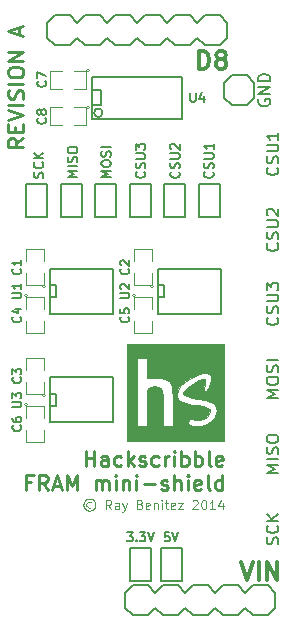
<source format=gto>
%FSLAX46Y46*%
G04 Gerber Fmt 4.6, Leading zero omitted, Abs format (unit mm)*
G04 Created by KiCad (PCBNEW (2014-09-30 BZR 5157)-product) date 07/10/2014 19:43:52*
%MOMM*%
G01*
G04 APERTURE LIST*
%ADD10C,0.100000*%
%ADD11C,0.101600*%
%ADD12C,0.254000*%
%ADD13C,0.300000*%
%ADD14C,0.099060*%
%ADD15C,0.127000*%
%ADD16C,0.152400*%
%ADD17C,0.150000*%
%ADD18C,0.165100*%
%ADD19C,0.002540*%
G04 APERTURE END LIST*
D10*
D11*
X116749286Y-166959643D02*
X116676714Y-166923357D01*
X116531571Y-166923357D01*
X116459000Y-166959643D01*
X116386429Y-167032214D01*
X116350143Y-167104786D01*
X116350143Y-167249929D01*
X116386429Y-167322500D01*
X116459000Y-167395071D01*
X116531571Y-167431357D01*
X116676714Y-167431357D01*
X116749286Y-167395071D01*
X116604143Y-166669357D02*
X116422714Y-166705643D01*
X116241286Y-166814500D01*
X116132429Y-166995929D01*
X116096143Y-167177357D01*
X116132429Y-167358786D01*
X116241286Y-167540214D01*
X116422714Y-167649071D01*
X116604143Y-167685357D01*
X116785571Y-167649071D01*
X116967000Y-167540214D01*
X117075857Y-167358786D01*
X117112143Y-167177357D01*
X117075857Y-166995929D01*
X116967000Y-166814500D01*
X116785571Y-166705643D01*
X116604143Y-166669357D01*
X118454714Y-167540214D02*
X118200714Y-167177357D01*
X118019286Y-167540214D02*
X118019286Y-166778214D01*
X118309571Y-166778214D01*
X118382143Y-166814500D01*
X118418428Y-166850786D01*
X118454714Y-166923357D01*
X118454714Y-167032214D01*
X118418428Y-167104786D01*
X118382143Y-167141071D01*
X118309571Y-167177357D01*
X118019286Y-167177357D01*
X119107857Y-167540214D02*
X119107857Y-167141071D01*
X119071571Y-167068500D01*
X118999000Y-167032214D01*
X118853857Y-167032214D01*
X118781286Y-167068500D01*
X119107857Y-167503929D02*
X119035286Y-167540214D01*
X118853857Y-167540214D01*
X118781286Y-167503929D01*
X118745000Y-167431357D01*
X118745000Y-167358786D01*
X118781286Y-167286214D01*
X118853857Y-167249929D01*
X119035286Y-167249929D01*
X119107857Y-167213643D01*
X119398143Y-167032214D02*
X119579572Y-167540214D01*
X119761000Y-167032214D02*
X119579572Y-167540214D01*
X119507000Y-167721643D01*
X119470715Y-167757929D01*
X119398143Y-167794214D01*
X120885857Y-167141071D02*
X120994714Y-167177357D01*
X121030999Y-167213643D01*
X121067285Y-167286214D01*
X121067285Y-167395071D01*
X121030999Y-167467643D01*
X120994714Y-167503929D01*
X120922142Y-167540214D01*
X120631857Y-167540214D01*
X120631857Y-166778214D01*
X120885857Y-166778214D01*
X120958428Y-166814500D01*
X120994714Y-166850786D01*
X121030999Y-166923357D01*
X121030999Y-166995929D01*
X120994714Y-167068500D01*
X120958428Y-167104786D01*
X120885857Y-167141071D01*
X120631857Y-167141071D01*
X121684142Y-167503929D02*
X121611571Y-167540214D01*
X121466428Y-167540214D01*
X121393857Y-167503929D01*
X121357571Y-167431357D01*
X121357571Y-167141071D01*
X121393857Y-167068500D01*
X121466428Y-167032214D01*
X121611571Y-167032214D01*
X121684142Y-167068500D01*
X121720428Y-167141071D01*
X121720428Y-167213643D01*
X121357571Y-167286214D01*
X122047000Y-167032214D02*
X122047000Y-167540214D01*
X122047000Y-167104786D02*
X122083285Y-167068500D01*
X122155857Y-167032214D01*
X122264714Y-167032214D01*
X122337285Y-167068500D01*
X122373571Y-167141071D01*
X122373571Y-167540214D01*
X122736429Y-167540214D02*
X122736429Y-167032214D01*
X122736429Y-166778214D02*
X122700143Y-166814500D01*
X122736429Y-166850786D01*
X122772714Y-166814500D01*
X122736429Y-166778214D01*
X122736429Y-166850786D01*
X122990428Y-167032214D02*
X123280714Y-167032214D01*
X123099286Y-166778214D02*
X123099286Y-167431357D01*
X123135571Y-167503929D01*
X123208143Y-167540214D01*
X123280714Y-167540214D01*
X123825000Y-167503929D02*
X123752429Y-167540214D01*
X123607286Y-167540214D01*
X123534715Y-167503929D01*
X123498429Y-167431357D01*
X123498429Y-167141071D01*
X123534715Y-167068500D01*
X123607286Y-167032214D01*
X123752429Y-167032214D01*
X123825000Y-167068500D01*
X123861286Y-167141071D01*
X123861286Y-167213643D01*
X123498429Y-167286214D01*
X124115286Y-167032214D02*
X124514429Y-167032214D01*
X124115286Y-167540214D01*
X124514429Y-167540214D01*
X125349000Y-166850786D02*
X125385286Y-166814500D01*
X125457857Y-166778214D01*
X125639286Y-166778214D01*
X125711857Y-166814500D01*
X125748143Y-166850786D01*
X125784428Y-166923357D01*
X125784428Y-166995929D01*
X125748143Y-167104786D01*
X125312714Y-167540214D01*
X125784428Y-167540214D01*
X126256142Y-166778214D02*
X126328714Y-166778214D01*
X126401285Y-166814500D01*
X126437571Y-166850786D01*
X126473857Y-166923357D01*
X126510142Y-167068500D01*
X126510142Y-167249929D01*
X126473857Y-167395071D01*
X126437571Y-167467643D01*
X126401285Y-167503929D01*
X126328714Y-167540214D01*
X126256142Y-167540214D01*
X126183571Y-167503929D01*
X126147285Y-167467643D01*
X126111000Y-167395071D01*
X126074714Y-167249929D01*
X126074714Y-167068500D01*
X126111000Y-166923357D01*
X126147285Y-166850786D01*
X126183571Y-166814500D01*
X126256142Y-166778214D01*
X127235856Y-167540214D02*
X126800428Y-167540214D01*
X127018142Y-167540214D02*
X127018142Y-166778214D01*
X126945571Y-166887071D01*
X126872999Y-166959643D01*
X126800428Y-166995929D01*
X127888999Y-167032214D02*
X127888999Y-167540214D01*
X127707570Y-166741929D02*
X127526142Y-167286214D01*
X127997856Y-167286214D01*
D12*
X111001024Y-136131905D02*
X110396262Y-136555238D01*
X111001024Y-136857619D02*
X109731024Y-136857619D01*
X109731024Y-136373810D01*
X109791500Y-136252857D01*
X109851976Y-136192381D01*
X109972929Y-136131905D01*
X110154357Y-136131905D01*
X110275310Y-136192381D01*
X110335786Y-136252857D01*
X110396262Y-136373810D01*
X110396262Y-136857619D01*
X110335786Y-135587619D02*
X110335786Y-135164286D01*
X111001024Y-134982857D02*
X111001024Y-135587619D01*
X109731024Y-135587619D01*
X109731024Y-134982857D01*
X109731024Y-134620000D02*
X111001024Y-134196666D01*
X109731024Y-133773333D01*
X111001024Y-133350000D02*
X109731024Y-133350000D01*
X110940548Y-132805714D02*
X111001024Y-132624286D01*
X111001024Y-132321905D01*
X110940548Y-132200952D01*
X110880071Y-132140476D01*
X110759119Y-132080000D01*
X110638167Y-132080000D01*
X110517214Y-132140476D01*
X110456738Y-132200952D01*
X110396262Y-132321905D01*
X110335786Y-132563809D01*
X110275310Y-132684762D01*
X110214833Y-132745238D01*
X110093881Y-132805714D01*
X109972929Y-132805714D01*
X109851976Y-132745238D01*
X109791500Y-132684762D01*
X109731024Y-132563809D01*
X109731024Y-132261429D01*
X109791500Y-132080000D01*
X111001024Y-131535714D02*
X109731024Y-131535714D01*
X109731024Y-130689047D02*
X109731024Y-130447143D01*
X109791500Y-130326190D01*
X109912452Y-130205238D01*
X110154357Y-130144762D01*
X110577690Y-130144762D01*
X110819595Y-130205238D01*
X110940548Y-130326190D01*
X111001024Y-130447143D01*
X111001024Y-130689047D01*
X110940548Y-130810000D01*
X110819595Y-130930952D01*
X110577690Y-130991428D01*
X110154357Y-130991428D01*
X109912452Y-130930952D01*
X109791500Y-130810000D01*
X109731024Y-130689047D01*
X111001024Y-129600476D02*
X109731024Y-129600476D01*
X111001024Y-128874762D01*
X109731024Y-128874762D01*
X110638167Y-127362857D02*
X110638167Y-126758095D01*
X111001024Y-127483810D02*
X109731024Y-127060476D01*
X111001024Y-126637143D01*
X116289668Y-163896524D02*
X116289668Y-162626524D01*
X116289668Y-163231286D02*
X117015382Y-163231286D01*
X117015382Y-163896524D02*
X117015382Y-162626524D01*
X118164430Y-163896524D02*
X118164430Y-163231286D01*
X118103953Y-163110333D01*
X117983001Y-163049857D01*
X117741096Y-163049857D01*
X117620144Y-163110333D01*
X118164430Y-163836048D02*
X118043477Y-163896524D01*
X117741096Y-163896524D01*
X117620144Y-163836048D01*
X117559668Y-163715095D01*
X117559668Y-163594143D01*
X117620144Y-163473190D01*
X117741096Y-163412714D01*
X118043477Y-163412714D01*
X118164430Y-163352238D01*
X119313478Y-163836048D02*
X119192525Y-163896524D01*
X118950621Y-163896524D01*
X118829668Y-163836048D01*
X118769192Y-163775571D01*
X118708716Y-163654619D01*
X118708716Y-163291762D01*
X118769192Y-163170810D01*
X118829668Y-163110333D01*
X118950621Y-163049857D01*
X119192525Y-163049857D01*
X119313478Y-163110333D01*
X119857763Y-163896524D02*
X119857763Y-162626524D01*
X119978715Y-163412714D02*
X120341572Y-163896524D01*
X120341572Y-163049857D02*
X119857763Y-163533667D01*
X120825382Y-163836048D02*
X120946334Y-163896524D01*
X121188239Y-163896524D01*
X121309191Y-163836048D01*
X121369667Y-163715095D01*
X121369667Y-163654619D01*
X121309191Y-163533667D01*
X121188239Y-163473190D01*
X121006810Y-163473190D01*
X120885858Y-163412714D01*
X120825382Y-163291762D01*
X120825382Y-163231286D01*
X120885858Y-163110333D01*
X121006810Y-163049857D01*
X121188239Y-163049857D01*
X121309191Y-163110333D01*
X122458239Y-163836048D02*
X122337286Y-163896524D01*
X122095382Y-163896524D01*
X121974429Y-163836048D01*
X121913953Y-163775571D01*
X121853477Y-163654619D01*
X121853477Y-163291762D01*
X121913953Y-163170810D01*
X121974429Y-163110333D01*
X122095382Y-163049857D01*
X122337286Y-163049857D01*
X122458239Y-163110333D01*
X123002524Y-163896524D02*
X123002524Y-163049857D01*
X123002524Y-163291762D02*
X123063000Y-163170810D01*
X123123476Y-163110333D01*
X123244429Y-163049857D01*
X123365381Y-163049857D01*
X123788714Y-163896524D02*
X123788714Y-163049857D01*
X123788714Y-162626524D02*
X123728238Y-162687000D01*
X123788714Y-162747476D01*
X123849190Y-162687000D01*
X123788714Y-162626524D01*
X123788714Y-162747476D01*
X124393476Y-163896524D02*
X124393476Y-162626524D01*
X124393476Y-163110333D02*
X124514428Y-163049857D01*
X124756333Y-163049857D01*
X124877285Y-163110333D01*
X124937762Y-163170810D01*
X124998238Y-163291762D01*
X124998238Y-163654619D01*
X124937762Y-163775571D01*
X124877285Y-163836048D01*
X124756333Y-163896524D01*
X124514428Y-163896524D01*
X124393476Y-163836048D01*
X125542524Y-163896524D02*
X125542524Y-162626524D01*
X125542524Y-163110333D02*
X125663476Y-163049857D01*
X125905381Y-163049857D01*
X126026333Y-163110333D01*
X126086810Y-163170810D01*
X126147286Y-163291762D01*
X126147286Y-163654619D01*
X126086810Y-163775571D01*
X126026333Y-163836048D01*
X125905381Y-163896524D01*
X125663476Y-163896524D01*
X125542524Y-163836048D01*
X126873001Y-163896524D02*
X126752048Y-163836048D01*
X126691572Y-163715095D01*
X126691572Y-162626524D01*
X127840619Y-163836048D02*
X127719667Y-163896524D01*
X127477762Y-163896524D01*
X127356810Y-163836048D01*
X127296334Y-163715095D01*
X127296334Y-163231286D01*
X127356810Y-163110333D01*
X127477762Y-163049857D01*
X127719667Y-163049857D01*
X127840619Y-163110333D01*
X127901096Y-163231286D01*
X127901096Y-163352238D01*
X127296334Y-163473190D01*
X111693476Y-165263286D02*
X111270143Y-165263286D01*
X111270143Y-165928524D02*
X111270143Y-164658524D01*
X111874905Y-164658524D01*
X113084428Y-165928524D02*
X112661095Y-165323762D01*
X112358714Y-165928524D02*
X112358714Y-164658524D01*
X112842523Y-164658524D01*
X112963476Y-164719000D01*
X113023952Y-164779476D01*
X113084428Y-164900429D01*
X113084428Y-165081857D01*
X113023952Y-165202810D01*
X112963476Y-165263286D01*
X112842523Y-165323762D01*
X112358714Y-165323762D01*
X113568238Y-165565667D02*
X114173000Y-165565667D01*
X113447285Y-165928524D02*
X113870619Y-164658524D01*
X114293952Y-165928524D01*
X114717285Y-165928524D02*
X114717285Y-164658524D01*
X115140618Y-165565667D01*
X115563952Y-164658524D01*
X115563952Y-165928524D01*
X117136333Y-165928524D02*
X117136333Y-165081857D01*
X117136333Y-165202810D02*
X117196809Y-165142333D01*
X117317762Y-165081857D01*
X117499190Y-165081857D01*
X117620142Y-165142333D01*
X117680619Y-165263286D01*
X117680619Y-165928524D01*
X117680619Y-165263286D02*
X117741095Y-165142333D01*
X117862047Y-165081857D01*
X118043476Y-165081857D01*
X118164428Y-165142333D01*
X118224904Y-165263286D01*
X118224904Y-165928524D01*
X118829666Y-165928524D02*
X118829666Y-165081857D01*
X118829666Y-164658524D02*
X118769190Y-164719000D01*
X118829666Y-164779476D01*
X118890142Y-164719000D01*
X118829666Y-164658524D01*
X118829666Y-164779476D01*
X119434428Y-165081857D02*
X119434428Y-165928524D01*
X119434428Y-165202810D02*
X119494904Y-165142333D01*
X119615857Y-165081857D01*
X119797285Y-165081857D01*
X119918237Y-165142333D01*
X119978714Y-165263286D01*
X119978714Y-165928524D01*
X120583476Y-165928524D02*
X120583476Y-165081857D01*
X120583476Y-164658524D02*
X120523000Y-164719000D01*
X120583476Y-164779476D01*
X120643952Y-164719000D01*
X120583476Y-164658524D01*
X120583476Y-164779476D01*
X121188238Y-165444714D02*
X122155857Y-165444714D01*
X122700143Y-165868048D02*
X122821095Y-165928524D01*
X123063000Y-165928524D01*
X123183952Y-165868048D01*
X123244428Y-165747095D01*
X123244428Y-165686619D01*
X123183952Y-165565667D01*
X123063000Y-165505190D01*
X122881571Y-165505190D01*
X122760619Y-165444714D01*
X122700143Y-165323762D01*
X122700143Y-165263286D01*
X122760619Y-165142333D01*
X122881571Y-165081857D01*
X123063000Y-165081857D01*
X123183952Y-165142333D01*
X123788714Y-165928524D02*
X123788714Y-164658524D01*
X124333000Y-165928524D02*
X124333000Y-165263286D01*
X124272523Y-165142333D01*
X124151571Y-165081857D01*
X123970143Y-165081857D01*
X123849190Y-165142333D01*
X123788714Y-165202810D01*
X124937762Y-165928524D02*
X124937762Y-165081857D01*
X124937762Y-164658524D02*
X124877286Y-164719000D01*
X124937762Y-164779476D01*
X124998238Y-164719000D01*
X124937762Y-164658524D01*
X124937762Y-164779476D01*
X126026333Y-165868048D02*
X125905381Y-165928524D01*
X125663476Y-165928524D01*
X125542524Y-165868048D01*
X125482048Y-165747095D01*
X125482048Y-165263286D01*
X125542524Y-165142333D01*
X125663476Y-165081857D01*
X125905381Y-165081857D01*
X126026333Y-165142333D01*
X126086810Y-165263286D01*
X126086810Y-165384238D01*
X125482048Y-165505190D01*
X126812524Y-165928524D02*
X126691571Y-165868048D01*
X126631095Y-165747095D01*
X126631095Y-164658524D01*
X127840619Y-165928524D02*
X127840619Y-164658524D01*
X127840619Y-165868048D02*
X127719666Y-165928524D01*
X127477762Y-165928524D01*
X127356809Y-165868048D01*
X127296333Y-165807571D01*
X127235857Y-165686619D01*
X127235857Y-165323762D01*
X127296333Y-165202810D01*
X127356809Y-165142333D01*
X127477762Y-165081857D01*
X127719666Y-165081857D01*
X127840619Y-165142333D01*
D13*
X125892858Y-130282071D02*
X125892858Y-128782071D01*
X126250001Y-128782071D01*
X126464286Y-128853500D01*
X126607144Y-128996357D01*
X126678572Y-129139214D01*
X126750001Y-129424929D01*
X126750001Y-129639214D01*
X126678572Y-129924929D01*
X126607144Y-130067786D01*
X126464286Y-130210643D01*
X126250001Y-130282071D01*
X125892858Y-130282071D01*
X127607144Y-129424929D02*
X127464286Y-129353500D01*
X127392858Y-129282071D01*
X127321429Y-129139214D01*
X127321429Y-129067786D01*
X127392858Y-128924929D01*
X127464286Y-128853500D01*
X127607144Y-128782071D01*
X127892858Y-128782071D01*
X128035715Y-128853500D01*
X128107144Y-128924929D01*
X128178572Y-129067786D01*
X128178572Y-129139214D01*
X128107144Y-129282071D01*
X128035715Y-129353500D01*
X127892858Y-129424929D01*
X127607144Y-129424929D01*
X127464286Y-129496357D01*
X127392858Y-129567786D01*
X127321429Y-129710643D01*
X127321429Y-129996357D01*
X127392858Y-130139214D01*
X127464286Y-130210643D01*
X127607144Y-130282071D01*
X127892858Y-130282071D01*
X128035715Y-130210643D01*
X128107144Y-130139214D01*
X128178572Y-129996357D01*
X128178572Y-129710643D01*
X128107144Y-129567786D01*
X128035715Y-129496357D01*
X127892858Y-129424929D01*
X129421143Y-172025571D02*
X129921143Y-173525571D01*
X130421143Y-172025571D01*
X130921143Y-173525571D02*
X130921143Y-172025571D01*
X131635429Y-173525571D02*
X131635429Y-172025571D01*
X132492572Y-173525571D01*
X132492572Y-172025571D01*
D14*
X112903000Y-148717000D02*
G75*
G03X112903000Y-148717000I-127000J0D01*
G74*
G01*
X112776000Y-147574000D02*
X112776000Y-148590000D01*
X112776000Y-148590000D02*
X111252000Y-148590000D01*
X111252000Y-148590000D02*
X111252000Y-147574000D01*
X111252000Y-146558000D02*
X111252000Y-145542000D01*
X111252000Y-145542000D02*
X112776000Y-145542000D01*
X112776000Y-145542000D02*
X112776000Y-146558000D01*
X122047000Y-148717000D02*
G75*
G03X122047000Y-148717000I-127000J0D01*
G74*
G01*
X121920000Y-147574000D02*
X121920000Y-148590000D01*
X121920000Y-148590000D02*
X120396000Y-148590000D01*
X120396000Y-148590000D02*
X120396000Y-147574000D01*
X120396000Y-146558000D02*
X120396000Y-145542000D01*
X120396000Y-145542000D02*
X121920000Y-145542000D01*
X121920000Y-145542000D02*
X121920000Y-146558000D01*
X112903000Y-157924500D02*
G75*
G03X112903000Y-157924500I-127000J0D01*
G74*
G01*
X112776000Y-156781500D02*
X112776000Y-157797500D01*
X112776000Y-157797500D02*
X111252000Y-157797500D01*
X111252000Y-157797500D02*
X111252000Y-156781500D01*
X111252000Y-155765500D02*
X111252000Y-154749500D01*
X111252000Y-154749500D02*
X112776000Y-154749500D01*
X112776000Y-154749500D02*
X112776000Y-155765500D01*
X111379000Y-149479000D02*
G75*
G03X111379000Y-149479000I-127000J0D01*
G74*
G01*
X111252000Y-150622000D02*
X111252000Y-149606000D01*
X111252000Y-149606000D02*
X112776000Y-149606000D01*
X112776000Y-149606000D02*
X112776000Y-150622000D01*
X112776000Y-151638000D02*
X112776000Y-152654000D01*
X112776000Y-152654000D02*
X111252000Y-152654000D01*
X111252000Y-152654000D02*
X111252000Y-151638000D01*
X120523000Y-149479000D02*
G75*
G03X120523000Y-149479000I-127000J0D01*
G74*
G01*
X120396000Y-150622000D02*
X120396000Y-149606000D01*
X120396000Y-149606000D02*
X121920000Y-149606000D01*
X121920000Y-149606000D02*
X121920000Y-150622000D01*
X121920000Y-151638000D02*
X121920000Y-152654000D01*
X121920000Y-152654000D02*
X120396000Y-152654000D01*
X120396000Y-152654000D02*
X120396000Y-151638000D01*
X111379000Y-158686500D02*
G75*
G03X111379000Y-158686500I-127000J0D01*
G74*
G01*
X111252000Y-159829500D02*
X111252000Y-158813500D01*
X111252000Y-158813500D02*
X112776000Y-158813500D01*
X112776000Y-158813500D02*
X112776000Y-159829500D01*
X112776000Y-160845500D02*
X112776000Y-161861500D01*
X112776000Y-161861500D02*
X111252000Y-161861500D01*
X111252000Y-161861500D02*
X111252000Y-160845500D01*
X116586000Y-130429000D02*
G75*
G03X116586000Y-130429000I-127000J0D01*
G74*
G01*
X115316000Y-130429000D02*
X116332000Y-130429000D01*
X116332000Y-130429000D02*
X116332000Y-131953000D01*
X116332000Y-131953000D02*
X115316000Y-131953000D01*
X114300000Y-131953000D02*
X113284000Y-131953000D01*
X113284000Y-131953000D02*
X113284000Y-130429000D01*
X113284000Y-130429000D02*
X114300000Y-130429000D01*
X116586000Y-133540500D02*
G75*
G03X116586000Y-133540500I-127000J0D01*
G74*
G01*
X115316000Y-133540500D02*
X116332000Y-133540500D01*
X116332000Y-133540500D02*
X116332000Y-135064500D01*
X116332000Y-135064500D02*
X115316000Y-135064500D01*
X114300000Y-135064500D02*
X113284000Y-135064500D01*
X113284000Y-135064500D02*
X113284000Y-133540500D01*
X113284000Y-133540500D02*
X114300000Y-133540500D01*
D15*
X115570000Y-127635000D02*
X114935000Y-128270000D01*
X114935000Y-128270000D02*
X113665000Y-128270000D01*
X113665000Y-128270000D02*
X113030000Y-127635000D01*
X113030000Y-127635000D02*
X113030000Y-126365000D01*
X113030000Y-126365000D02*
X113665000Y-125730000D01*
X113665000Y-125730000D02*
X114935000Y-125730000D01*
X114935000Y-125730000D02*
X115570000Y-126365000D01*
X118110000Y-127635000D02*
X117475000Y-128270000D01*
X117475000Y-128270000D02*
X116205000Y-128270000D01*
X116205000Y-128270000D02*
X115570000Y-127635000D01*
X115570000Y-126365000D02*
X116205000Y-125730000D01*
X116205000Y-125730000D02*
X117475000Y-125730000D01*
X117475000Y-125730000D02*
X118110000Y-126365000D01*
X120650000Y-127635000D02*
X120015000Y-128270000D01*
X120015000Y-128270000D02*
X118745000Y-128270000D01*
X118745000Y-128270000D02*
X118110000Y-127635000D01*
X118110000Y-126365000D02*
X118745000Y-125730000D01*
X118745000Y-125730000D02*
X120015000Y-125730000D01*
X120015000Y-125730000D02*
X120650000Y-126365000D01*
X125730000Y-127635000D02*
X125095000Y-128270000D01*
X125095000Y-128270000D02*
X123825000Y-128270000D01*
X123825000Y-128270000D02*
X123190000Y-127635000D01*
X123190000Y-127635000D02*
X122555000Y-128270000D01*
X122555000Y-128270000D02*
X121285000Y-128270000D01*
X121285000Y-128270000D02*
X120650000Y-127635000D01*
X120650000Y-126365000D02*
X121285000Y-125730000D01*
X121285000Y-125730000D02*
X122555000Y-125730000D01*
X122555000Y-125730000D02*
X123190000Y-126365000D01*
X123190000Y-126365000D02*
X123825000Y-125730000D01*
X123825000Y-125730000D02*
X125095000Y-125730000D01*
X125095000Y-125730000D02*
X125730000Y-126365000D01*
X128270000Y-127635000D02*
X127635000Y-128270000D01*
X127635000Y-128270000D02*
X126365000Y-128270000D01*
X126365000Y-128270000D02*
X125730000Y-127635000D01*
X125730000Y-126365000D02*
X126365000Y-125730000D01*
X126365000Y-125730000D02*
X127635000Y-125730000D01*
X127635000Y-125730000D02*
X128270000Y-126365000D01*
X128270000Y-126365000D02*
X128270000Y-127635000D01*
D16*
X124396500Y-173609000D02*
X124396500Y-170815000D01*
X122618500Y-173609000D02*
X122618500Y-170815000D01*
D17*
X122618500Y-170815000D02*
X124396500Y-170815000D01*
X124396500Y-173609000D02*
X122618500Y-173609000D01*
D16*
X121793000Y-173609000D02*
X121793000Y-170815000D01*
X120015000Y-173609000D02*
X120015000Y-170815000D01*
D17*
X120015000Y-170815000D02*
X121793000Y-170815000D01*
X121793000Y-173609000D02*
X120015000Y-173609000D01*
D16*
X111252000Y-140017500D02*
X111252000Y-142811500D01*
X113030000Y-140017500D02*
X113030000Y-142811500D01*
D17*
X113030000Y-142811500D02*
X111252000Y-142811500D01*
X111252000Y-140017500D02*
X113030000Y-140017500D01*
D16*
X114173000Y-140017500D02*
X114173000Y-142811500D01*
X115951000Y-140017500D02*
X115951000Y-142811500D01*
D17*
X115951000Y-142811500D02*
X114173000Y-142811500D01*
X114173000Y-140017500D02*
X115951000Y-140017500D01*
D16*
X117094000Y-140017500D02*
X117094000Y-142811500D01*
X118872000Y-140017500D02*
X118872000Y-142811500D01*
D17*
X118872000Y-142811500D02*
X117094000Y-142811500D01*
X117094000Y-140017500D02*
X118872000Y-140017500D01*
D16*
X120015000Y-140017500D02*
X120015000Y-142811500D01*
X121793000Y-140017500D02*
X121793000Y-142811500D01*
D17*
X121793000Y-142811500D02*
X120015000Y-142811500D01*
X120015000Y-140017500D02*
X121793000Y-140017500D01*
D16*
X122936000Y-140017500D02*
X122936000Y-142811500D01*
X124714000Y-140017500D02*
X124714000Y-142811500D01*
D17*
X124714000Y-142811500D02*
X122936000Y-142811500D01*
X122936000Y-140017500D02*
X124714000Y-140017500D01*
D16*
X125857000Y-140017500D02*
X125857000Y-142811500D01*
X127635000Y-140017500D02*
X127635000Y-142811500D01*
D17*
X127635000Y-142811500D02*
X125857000Y-142811500D01*
X125857000Y-140017500D02*
X127635000Y-140017500D01*
D18*
X124460000Y-130937000D02*
X116840000Y-130937000D01*
X116840000Y-134493000D02*
X124460000Y-134493000D01*
X124460000Y-130937000D02*
X124460000Y-134493000D01*
D16*
X116840000Y-134493000D02*
X116840000Y-130937000D01*
D15*
X117707210Y-133985000D02*
G75*
G03X117707210Y-133985000I-359210J0D01*
G74*
G01*
X116840000Y-132080000D02*
X117602000Y-132080000D01*
X117602000Y-132080000D02*
X117602000Y-133350000D01*
X117602000Y-133350000D02*
X116840000Y-133350000D01*
X113284000Y-160083500D02*
X113284000Y-160210500D01*
X113284000Y-160210500D02*
X118618000Y-160210500D01*
X118618000Y-156400500D02*
X113284000Y-156400500D01*
X113284000Y-156400500D02*
X113284000Y-160083500D01*
X113284000Y-157797500D02*
X113792000Y-157797500D01*
X113792000Y-157797500D02*
X113792000Y-158813500D01*
X113792000Y-158813500D02*
X113284000Y-158813500D01*
X118618000Y-156400500D02*
X118618000Y-160210500D01*
X113284000Y-150876000D02*
X113284000Y-151003000D01*
X113284000Y-151003000D02*
X118618000Y-151003000D01*
X118618000Y-147193000D02*
X113284000Y-147193000D01*
X113284000Y-147193000D02*
X113284000Y-150876000D01*
X113284000Y-148590000D02*
X113792000Y-148590000D01*
X113792000Y-148590000D02*
X113792000Y-149606000D01*
X113792000Y-149606000D02*
X113284000Y-149606000D01*
X118618000Y-147193000D02*
X118618000Y-151003000D01*
X122428000Y-150876000D02*
X122428000Y-151003000D01*
X122428000Y-151003000D02*
X127762000Y-151003000D01*
X127762000Y-147193000D02*
X122428000Y-147193000D01*
X122428000Y-147193000D02*
X122428000Y-150876000D01*
X122428000Y-148590000D02*
X122936000Y-148590000D01*
X122936000Y-148590000D02*
X122936000Y-149606000D01*
X122936000Y-149606000D02*
X122428000Y-149606000D01*
X127762000Y-147193000D02*
X127762000Y-151003000D01*
D19*
G36*
X127972820Y-161818320D02*
X127381000Y-161818320D01*
X127381000Y-159219900D01*
X127353060Y-158950660D01*
X127259080Y-158737300D01*
X127078740Y-158572200D01*
X126791720Y-158437580D01*
X126375160Y-158323280D01*
X125811280Y-158214060D01*
X125790960Y-158211520D01*
X125244860Y-158102300D01*
X124841000Y-157988000D01*
X124589540Y-157871160D01*
X124500640Y-157754320D01*
X124500640Y-157749240D01*
X124556520Y-157647640D01*
X124701300Y-157472380D01*
X124863860Y-157302200D01*
X125338840Y-156923740D01*
X125897640Y-156626560D01*
X126184660Y-156524960D01*
X126293880Y-156499560D01*
X126349760Y-156524960D01*
X126367540Y-156636720D01*
X126354840Y-156867860D01*
X126342140Y-157027880D01*
X126324360Y-157330140D01*
X126331980Y-157497780D01*
X126370080Y-157563820D01*
X126436120Y-157566360D01*
X126580900Y-157462220D01*
X126705360Y-157236160D01*
X126801880Y-156938980D01*
X126855220Y-156621480D01*
X126857760Y-156331920D01*
X126796800Y-156121100D01*
X126753620Y-156067760D01*
X126530100Y-155991560D01*
X126192280Y-156034740D01*
X125737620Y-156192220D01*
X125389640Y-156354780D01*
X124790200Y-156702760D01*
X124358400Y-157058360D01*
X124094240Y-157426660D01*
X123995180Y-157802580D01*
X123992640Y-157843220D01*
X124035820Y-158089600D01*
X124172980Y-158290260D01*
X124421900Y-158452820D01*
X124797820Y-158587440D01*
X125315980Y-158699200D01*
X125745240Y-158767780D01*
X126250700Y-158859220D01*
X126593600Y-158970980D01*
X126786640Y-159108140D01*
X126837440Y-159278320D01*
X126753620Y-159489140D01*
X126746000Y-159499300D01*
X126519940Y-159725360D01*
X126207520Y-159898080D01*
X125862080Y-159994600D01*
X125542040Y-160002220D01*
X125376940Y-159948880D01*
X125206760Y-159882840D01*
X125084840Y-159931100D01*
X125036580Y-159974280D01*
X124932440Y-160152080D01*
X124970540Y-160304480D01*
X125125480Y-160423860D01*
X125369320Y-160502600D01*
X125681740Y-160533080D01*
X126032260Y-160502600D01*
X126370080Y-160416240D01*
X126842520Y-160187640D01*
X127170180Y-159880300D01*
X127347980Y-159501840D01*
X127381000Y-159219900D01*
X127381000Y-161818320D01*
X123865640Y-161818320D01*
X123654820Y-161818320D01*
X123654820Y-160548320D01*
X123654820Y-158917640D01*
X123652280Y-158330900D01*
X123644660Y-157886400D01*
X123629420Y-157558740D01*
X123604020Y-157322520D01*
X123568460Y-157152340D01*
X123517660Y-157017720D01*
X123504960Y-156992320D01*
X123304300Y-156707840D01*
X123019820Y-156524960D01*
X122626120Y-156430980D01*
X122107960Y-156418280D01*
X121452640Y-156441140D01*
X121452640Y-155615640D01*
X121452640Y-154790140D01*
X121031000Y-154790140D01*
X120606820Y-154790140D01*
X120606820Y-157670500D01*
X120606820Y-160548320D01*
X121031000Y-160548320D01*
X121452640Y-160548320D01*
X121452640Y-159009080D01*
X121455180Y-158447740D01*
X121462800Y-158033720D01*
X121478040Y-157736540D01*
X121500900Y-157535880D01*
X121536460Y-157408880D01*
X121584720Y-157325060D01*
X121592340Y-157314900D01*
X121800620Y-157195520D01*
X122087640Y-157157420D01*
X122382280Y-157195520D01*
X122615960Y-157309820D01*
X122638820Y-157330140D01*
X122699780Y-157401260D01*
X122742960Y-157495240D01*
X122773440Y-157637480D01*
X122793760Y-157850840D01*
X122803920Y-158163260D01*
X122806460Y-158600140D01*
X122809000Y-159024320D01*
X122809000Y-160548320D01*
X123230640Y-160548320D01*
X123654820Y-160548320D01*
X123654820Y-161818320D01*
X119761000Y-161818320D01*
X119761000Y-157711140D01*
X119761000Y-153606500D01*
X123865640Y-153606500D01*
X127972820Y-153606500D01*
X127972820Y-157711140D01*
X127972820Y-161818320D01*
X127972820Y-161818320D01*
X127972820Y-161818320D01*
G37*
X127972820Y-161818320D02*
X127381000Y-161818320D01*
X127381000Y-159219900D01*
X127353060Y-158950660D01*
X127259080Y-158737300D01*
X127078740Y-158572200D01*
X126791720Y-158437580D01*
X126375160Y-158323280D01*
X125811280Y-158214060D01*
X125790960Y-158211520D01*
X125244860Y-158102300D01*
X124841000Y-157988000D01*
X124589540Y-157871160D01*
X124500640Y-157754320D01*
X124500640Y-157749240D01*
X124556520Y-157647640D01*
X124701300Y-157472380D01*
X124863860Y-157302200D01*
X125338840Y-156923740D01*
X125897640Y-156626560D01*
X126184660Y-156524960D01*
X126293880Y-156499560D01*
X126349760Y-156524960D01*
X126367540Y-156636720D01*
X126354840Y-156867860D01*
X126342140Y-157027880D01*
X126324360Y-157330140D01*
X126331980Y-157497780D01*
X126370080Y-157563820D01*
X126436120Y-157566360D01*
X126580900Y-157462220D01*
X126705360Y-157236160D01*
X126801880Y-156938980D01*
X126855220Y-156621480D01*
X126857760Y-156331920D01*
X126796800Y-156121100D01*
X126753620Y-156067760D01*
X126530100Y-155991560D01*
X126192280Y-156034740D01*
X125737620Y-156192220D01*
X125389640Y-156354780D01*
X124790200Y-156702760D01*
X124358400Y-157058360D01*
X124094240Y-157426660D01*
X123995180Y-157802580D01*
X123992640Y-157843220D01*
X124035820Y-158089600D01*
X124172980Y-158290260D01*
X124421900Y-158452820D01*
X124797820Y-158587440D01*
X125315980Y-158699200D01*
X125745240Y-158767780D01*
X126250700Y-158859220D01*
X126593600Y-158970980D01*
X126786640Y-159108140D01*
X126837440Y-159278320D01*
X126753620Y-159489140D01*
X126746000Y-159499300D01*
X126519940Y-159725360D01*
X126207520Y-159898080D01*
X125862080Y-159994600D01*
X125542040Y-160002220D01*
X125376940Y-159948880D01*
X125206760Y-159882840D01*
X125084840Y-159931100D01*
X125036580Y-159974280D01*
X124932440Y-160152080D01*
X124970540Y-160304480D01*
X125125480Y-160423860D01*
X125369320Y-160502600D01*
X125681740Y-160533080D01*
X126032260Y-160502600D01*
X126370080Y-160416240D01*
X126842520Y-160187640D01*
X127170180Y-159880300D01*
X127347980Y-159501840D01*
X127381000Y-159219900D01*
X127381000Y-161818320D01*
X123865640Y-161818320D01*
X123654820Y-161818320D01*
X123654820Y-160548320D01*
X123654820Y-158917640D01*
X123652280Y-158330900D01*
X123644660Y-157886400D01*
X123629420Y-157558740D01*
X123604020Y-157322520D01*
X123568460Y-157152340D01*
X123517660Y-157017720D01*
X123504960Y-156992320D01*
X123304300Y-156707840D01*
X123019820Y-156524960D01*
X122626120Y-156430980D01*
X122107960Y-156418280D01*
X121452640Y-156441140D01*
X121452640Y-155615640D01*
X121452640Y-154790140D01*
X121031000Y-154790140D01*
X120606820Y-154790140D01*
X120606820Y-157670500D01*
X120606820Y-160548320D01*
X121031000Y-160548320D01*
X121452640Y-160548320D01*
X121452640Y-159009080D01*
X121455180Y-158447740D01*
X121462800Y-158033720D01*
X121478040Y-157736540D01*
X121500900Y-157535880D01*
X121536460Y-157408880D01*
X121584720Y-157325060D01*
X121592340Y-157314900D01*
X121800620Y-157195520D01*
X122087640Y-157157420D01*
X122382280Y-157195520D01*
X122615960Y-157309820D01*
X122638820Y-157330140D01*
X122699780Y-157401260D01*
X122742960Y-157495240D01*
X122773440Y-157637480D01*
X122793760Y-157850840D01*
X122803920Y-158163260D01*
X122806460Y-158600140D01*
X122809000Y-159024320D01*
X122809000Y-160548320D01*
X123230640Y-160548320D01*
X123654820Y-160548320D01*
X123654820Y-161818320D01*
X119761000Y-161818320D01*
X119761000Y-157711140D01*
X119761000Y-153606500D01*
X123865640Y-153606500D01*
X127972820Y-153606500D01*
X127972820Y-157711140D01*
X127972820Y-161818320D01*
X127972820Y-161818320D01*
D15*
X122174000Y-175895000D02*
X121539000Y-176530000D01*
X121539000Y-176530000D02*
X120269000Y-176530000D01*
X120269000Y-176530000D02*
X119634000Y-175895000D01*
X119634000Y-175895000D02*
X119634000Y-174625000D01*
X119634000Y-174625000D02*
X120269000Y-173990000D01*
X120269000Y-173990000D02*
X121539000Y-173990000D01*
X121539000Y-173990000D02*
X122174000Y-174625000D01*
X124714000Y-175895000D02*
X124079000Y-176530000D01*
X124079000Y-176530000D02*
X122809000Y-176530000D01*
X122809000Y-176530000D02*
X122174000Y-175895000D01*
X122174000Y-174625000D02*
X122809000Y-173990000D01*
X122809000Y-173990000D02*
X124079000Y-173990000D01*
X124079000Y-173990000D02*
X124714000Y-174625000D01*
X129794000Y-175895000D02*
X129159000Y-176530000D01*
X129159000Y-176530000D02*
X127889000Y-176530000D01*
X127889000Y-176530000D02*
X127254000Y-175895000D01*
X127254000Y-175895000D02*
X126619000Y-176530000D01*
X126619000Y-176530000D02*
X125349000Y-176530000D01*
X125349000Y-176530000D02*
X124714000Y-175895000D01*
X124714000Y-174625000D02*
X125349000Y-173990000D01*
X125349000Y-173990000D02*
X126619000Y-173990000D01*
X126619000Y-173990000D02*
X127254000Y-174625000D01*
X127254000Y-174625000D02*
X127889000Y-173990000D01*
X127889000Y-173990000D02*
X129159000Y-173990000D01*
X129159000Y-173990000D02*
X129794000Y-174625000D01*
X132334000Y-175895000D02*
X131699000Y-176530000D01*
X131699000Y-176530000D02*
X130429000Y-176530000D01*
X130429000Y-176530000D02*
X129794000Y-175895000D01*
X129794000Y-174625000D02*
X130429000Y-173990000D01*
X130429000Y-173990000D02*
X131699000Y-173990000D01*
X131699000Y-173990000D02*
X132334000Y-174625000D01*
X132334000Y-174625000D02*
X132334000Y-175895000D01*
X128016000Y-131445000D02*
X128651000Y-130810000D01*
X128651000Y-130810000D02*
X129921000Y-130810000D01*
X129921000Y-130810000D02*
X130556000Y-131445000D01*
X130556000Y-131445000D02*
X130556000Y-132715000D01*
X130556000Y-132715000D02*
X129921000Y-133350000D01*
X129921000Y-133350000D02*
X128651000Y-133350000D01*
X128651000Y-133350000D02*
X128016000Y-132715000D01*
X128016000Y-132715000D02*
X128016000Y-131445000D01*
X110762143Y-147193000D02*
X110798429Y-147229286D01*
X110834714Y-147338143D01*
X110834714Y-147410714D01*
X110798429Y-147519571D01*
X110725857Y-147592143D01*
X110653286Y-147628428D01*
X110508143Y-147664714D01*
X110399286Y-147664714D01*
X110254143Y-147628428D01*
X110181571Y-147592143D01*
X110109000Y-147519571D01*
X110072714Y-147410714D01*
X110072714Y-147338143D01*
X110109000Y-147229286D01*
X110145286Y-147193000D01*
X110834714Y-146467286D02*
X110834714Y-146902714D01*
X110834714Y-146685000D02*
X110072714Y-146685000D01*
X110181571Y-146757571D01*
X110254143Y-146830143D01*
X110290429Y-146902714D01*
X119906143Y-147193000D02*
X119942429Y-147229286D01*
X119978714Y-147338143D01*
X119978714Y-147410714D01*
X119942429Y-147519571D01*
X119869857Y-147592143D01*
X119797286Y-147628428D01*
X119652143Y-147664714D01*
X119543286Y-147664714D01*
X119398143Y-147628428D01*
X119325571Y-147592143D01*
X119253000Y-147519571D01*
X119216714Y-147410714D01*
X119216714Y-147338143D01*
X119253000Y-147229286D01*
X119289286Y-147193000D01*
X119289286Y-146902714D02*
X119253000Y-146866428D01*
X119216714Y-146793857D01*
X119216714Y-146612428D01*
X119253000Y-146539857D01*
X119289286Y-146503571D01*
X119361857Y-146467286D01*
X119434429Y-146467286D01*
X119543286Y-146503571D01*
X119978714Y-146939000D01*
X119978714Y-146467286D01*
X110762143Y-156400500D02*
X110798429Y-156436786D01*
X110834714Y-156545643D01*
X110834714Y-156618214D01*
X110798429Y-156727071D01*
X110725857Y-156799643D01*
X110653286Y-156835928D01*
X110508143Y-156872214D01*
X110399286Y-156872214D01*
X110254143Y-156835928D01*
X110181571Y-156799643D01*
X110109000Y-156727071D01*
X110072714Y-156618214D01*
X110072714Y-156545643D01*
X110109000Y-156436786D01*
X110145286Y-156400500D01*
X110072714Y-156146500D02*
X110072714Y-155674786D01*
X110363000Y-155928786D01*
X110363000Y-155819928D01*
X110399286Y-155747357D01*
X110435571Y-155711071D01*
X110508143Y-155674786D01*
X110689571Y-155674786D01*
X110762143Y-155711071D01*
X110798429Y-155747357D01*
X110834714Y-155819928D01*
X110834714Y-156037643D01*
X110798429Y-156110214D01*
X110762143Y-156146500D01*
X110762143Y-151257000D02*
X110798429Y-151293286D01*
X110834714Y-151402143D01*
X110834714Y-151474714D01*
X110798429Y-151583571D01*
X110725857Y-151656143D01*
X110653286Y-151692428D01*
X110508143Y-151728714D01*
X110399286Y-151728714D01*
X110254143Y-151692428D01*
X110181571Y-151656143D01*
X110109000Y-151583571D01*
X110072714Y-151474714D01*
X110072714Y-151402143D01*
X110109000Y-151293286D01*
X110145286Y-151257000D01*
X110326714Y-150603857D02*
X110834714Y-150603857D01*
X110036429Y-150785286D02*
X110580714Y-150966714D01*
X110580714Y-150495000D01*
X119906143Y-151257000D02*
X119942429Y-151293286D01*
X119978714Y-151402143D01*
X119978714Y-151474714D01*
X119942429Y-151583571D01*
X119869857Y-151656143D01*
X119797286Y-151692428D01*
X119652143Y-151728714D01*
X119543286Y-151728714D01*
X119398143Y-151692428D01*
X119325571Y-151656143D01*
X119253000Y-151583571D01*
X119216714Y-151474714D01*
X119216714Y-151402143D01*
X119253000Y-151293286D01*
X119289286Y-151257000D01*
X119216714Y-150567571D02*
X119216714Y-150930428D01*
X119579571Y-150966714D01*
X119543286Y-150930428D01*
X119507000Y-150857857D01*
X119507000Y-150676428D01*
X119543286Y-150603857D01*
X119579571Y-150567571D01*
X119652143Y-150531286D01*
X119833571Y-150531286D01*
X119906143Y-150567571D01*
X119942429Y-150603857D01*
X119978714Y-150676428D01*
X119978714Y-150857857D01*
X119942429Y-150930428D01*
X119906143Y-150966714D01*
X110762143Y-160464500D02*
X110798429Y-160500786D01*
X110834714Y-160609643D01*
X110834714Y-160682214D01*
X110798429Y-160791071D01*
X110725857Y-160863643D01*
X110653286Y-160899928D01*
X110508143Y-160936214D01*
X110399286Y-160936214D01*
X110254143Y-160899928D01*
X110181571Y-160863643D01*
X110109000Y-160791071D01*
X110072714Y-160682214D01*
X110072714Y-160609643D01*
X110109000Y-160500786D01*
X110145286Y-160464500D01*
X110072714Y-159811357D02*
X110072714Y-159956500D01*
X110109000Y-160029071D01*
X110145286Y-160065357D01*
X110254143Y-160137928D01*
X110399286Y-160174214D01*
X110689571Y-160174214D01*
X110762143Y-160137928D01*
X110798429Y-160101643D01*
X110834714Y-160029071D01*
X110834714Y-159883928D01*
X110798429Y-159811357D01*
X110762143Y-159775071D01*
X110689571Y-159738786D01*
X110508143Y-159738786D01*
X110435571Y-159775071D01*
X110399286Y-159811357D01*
X110363000Y-159883928D01*
X110363000Y-160029071D01*
X110399286Y-160101643D01*
X110435571Y-160137928D01*
X110508143Y-160174214D01*
X112857643Y-131318000D02*
X112893929Y-131354286D01*
X112930214Y-131463143D01*
X112930214Y-131535714D01*
X112893929Y-131644571D01*
X112821357Y-131717143D01*
X112748786Y-131753428D01*
X112603643Y-131789714D01*
X112494786Y-131789714D01*
X112349643Y-131753428D01*
X112277071Y-131717143D01*
X112204500Y-131644571D01*
X112168214Y-131535714D01*
X112168214Y-131463143D01*
X112204500Y-131354286D01*
X112240786Y-131318000D01*
X112168214Y-131064000D02*
X112168214Y-130556000D01*
X112930214Y-130882571D01*
X112857643Y-134429500D02*
X112893929Y-134465786D01*
X112930214Y-134574643D01*
X112930214Y-134647214D01*
X112893929Y-134756071D01*
X112821357Y-134828643D01*
X112748786Y-134864928D01*
X112603643Y-134901214D01*
X112494786Y-134901214D01*
X112349643Y-134864928D01*
X112277071Y-134828643D01*
X112204500Y-134756071D01*
X112168214Y-134647214D01*
X112168214Y-134574643D01*
X112204500Y-134465786D01*
X112240786Y-134429500D01*
X112494786Y-133994071D02*
X112458500Y-134066643D01*
X112422214Y-134102928D01*
X112349643Y-134139214D01*
X112313357Y-134139214D01*
X112240786Y-134102928D01*
X112204500Y-134066643D01*
X112168214Y-133994071D01*
X112168214Y-133848928D01*
X112204500Y-133776357D01*
X112240786Y-133740071D01*
X112313357Y-133703786D01*
X112349643Y-133703786D01*
X112422214Y-133740071D01*
X112458500Y-133776357D01*
X112494786Y-133848928D01*
X112494786Y-133994071D01*
X112531071Y-134066643D01*
X112567357Y-134102928D01*
X112639929Y-134139214D01*
X112785071Y-134139214D01*
X112857643Y-134102928D01*
X112893929Y-134066643D01*
X112930214Y-133994071D01*
X112930214Y-133848928D01*
X112893929Y-133776357D01*
X112857643Y-133740071D01*
X112785071Y-133703786D01*
X112639929Y-133703786D01*
X112567357Y-133740071D01*
X112531071Y-133776357D01*
X112494786Y-133848928D01*
X123362358Y-169508714D02*
X122999501Y-169508714D01*
X122963215Y-169871571D01*
X122999501Y-169835286D01*
X123072072Y-169799000D01*
X123253501Y-169799000D01*
X123326072Y-169835286D01*
X123362358Y-169871571D01*
X123398643Y-169944143D01*
X123398643Y-170125571D01*
X123362358Y-170198143D01*
X123326072Y-170234429D01*
X123253501Y-170270714D01*
X123072072Y-170270714D01*
X122999501Y-170234429D01*
X122963215Y-170198143D01*
X123616357Y-169508714D02*
X123870357Y-170270714D01*
X124124357Y-169508714D01*
X119779143Y-169508714D02*
X120250857Y-169508714D01*
X119996857Y-169799000D01*
X120105715Y-169799000D01*
X120178286Y-169835286D01*
X120214572Y-169871571D01*
X120250857Y-169944143D01*
X120250857Y-170125571D01*
X120214572Y-170198143D01*
X120178286Y-170234429D01*
X120105715Y-170270714D01*
X119888000Y-170270714D01*
X119815429Y-170234429D01*
X119779143Y-170198143D01*
X120577429Y-170198143D02*
X120613714Y-170234429D01*
X120577429Y-170270714D01*
X120541143Y-170234429D01*
X120577429Y-170198143D01*
X120577429Y-170270714D01*
X120867714Y-169508714D02*
X121339428Y-169508714D01*
X121085428Y-169799000D01*
X121194286Y-169799000D01*
X121266857Y-169835286D01*
X121303143Y-169871571D01*
X121339428Y-169944143D01*
X121339428Y-170125571D01*
X121303143Y-170198143D01*
X121266857Y-170234429D01*
X121194286Y-170270714D01*
X120976571Y-170270714D01*
X120904000Y-170234429D01*
X120867714Y-170198143D01*
X121557142Y-169508714D02*
X121811142Y-170270714D01*
X122065142Y-169508714D01*
X112660490Y-139475028D02*
X112699195Y-139358914D01*
X112699195Y-139165390D01*
X112660490Y-139087980D01*
X112621786Y-139049276D01*
X112544376Y-139010571D01*
X112466967Y-139010571D01*
X112389557Y-139049276D01*
X112350852Y-139087980D01*
X112312148Y-139165390D01*
X112273443Y-139320209D01*
X112234738Y-139397618D01*
X112196033Y-139436323D01*
X112118624Y-139475028D01*
X112041214Y-139475028D01*
X111963805Y-139436323D01*
X111925100Y-139397618D01*
X111886395Y-139320209D01*
X111886395Y-139126685D01*
X111925100Y-139010571D01*
X112621786Y-138197771D02*
X112660490Y-138236476D01*
X112699195Y-138352590D01*
X112699195Y-138430000D01*
X112660490Y-138546114D01*
X112583081Y-138623523D01*
X112505671Y-138662228D01*
X112350852Y-138700933D01*
X112234738Y-138700933D01*
X112079919Y-138662228D01*
X112002510Y-138623523D01*
X111925100Y-138546114D01*
X111886395Y-138430000D01*
X111886395Y-138352590D01*
X111925100Y-138236476D01*
X111963805Y-138197771D01*
X112699195Y-137849428D02*
X111886395Y-137849428D01*
X112699195Y-137384971D02*
X112234738Y-137733314D01*
X111886395Y-137384971D02*
X112350852Y-137849428D01*
X115556695Y-139453257D02*
X114743895Y-139453257D01*
X115324467Y-139182324D01*
X114743895Y-138911391D01*
X115556695Y-138911391D01*
X115556695Y-138524343D02*
X114743895Y-138524343D01*
X115517990Y-138176000D02*
X115556695Y-138059886D01*
X115556695Y-137866362D01*
X115517990Y-137788952D01*
X115479286Y-137750248D01*
X115401876Y-137711543D01*
X115324467Y-137711543D01*
X115247057Y-137750248D01*
X115208352Y-137788952D01*
X115169648Y-137866362D01*
X115130943Y-138021181D01*
X115092238Y-138098590D01*
X115053533Y-138137295D01*
X114976124Y-138176000D01*
X114898714Y-138176000D01*
X114821305Y-138137295D01*
X114782600Y-138098590D01*
X114743895Y-138021181D01*
X114743895Y-137827657D01*
X114782600Y-137711543D01*
X114743895Y-137208381D02*
X114743895Y-137053562D01*
X114782600Y-136976153D01*
X114860010Y-136898743D01*
X115014829Y-136860038D01*
X115285762Y-136860038D01*
X115440581Y-136898743D01*
X115517990Y-136976153D01*
X115556695Y-137053562D01*
X115556695Y-137208381D01*
X115517990Y-137285791D01*
X115440581Y-137363200D01*
X115285762Y-137401905D01*
X115014829Y-137401905D01*
X114860010Y-137363200D01*
X114782600Y-137285791D01*
X114743895Y-137208381D01*
X118414195Y-139453257D02*
X117601395Y-139453257D01*
X118181967Y-139182324D01*
X117601395Y-138911391D01*
X118414195Y-138911391D01*
X117601395Y-138369524D02*
X117601395Y-138214705D01*
X117640100Y-138137296D01*
X117717510Y-138059886D01*
X117872329Y-138021181D01*
X118143262Y-138021181D01*
X118298081Y-138059886D01*
X118375490Y-138137296D01*
X118414195Y-138214705D01*
X118414195Y-138369524D01*
X118375490Y-138446934D01*
X118298081Y-138524343D01*
X118143262Y-138563048D01*
X117872329Y-138563048D01*
X117717510Y-138524343D01*
X117640100Y-138446934D01*
X117601395Y-138369524D01*
X118375490Y-137711543D02*
X118414195Y-137595429D01*
X118414195Y-137401905D01*
X118375490Y-137324495D01*
X118336786Y-137285791D01*
X118259376Y-137247086D01*
X118181967Y-137247086D01*
X118104557Y-137285791D01*
X118065852Y-137324495D01*
X118027148Y-137401905D01*
X117988443Y-137556724D01*
X117949738Y-137634133D01*
X117911033Y-137672838D01*
X117833624Y-137711543D01*
X117756214Y-137711543D01*
X117678805Y-137672838D01*
X117640100Y-137634133D01*
X117601395Y-137556724D01*
X117601395Y-137363200D01*
X117640100Y-137247086D01*
X118414195Y-136898743D02*
X117601395Y-136898743D01*
X121257786Y-138997266D02*
X121296490Y-139035971D01*
X121335195Y-139152085D01*
X121335195Y-139229495D01*
X121296490Y-139345609D01*
X121219081Y-139423018D01*
X121141671Y-139461723D01*
X120986852Y-139500428D01*
X120870738Y-139500428D01*
X120715919Y-139461723D01*
X120638510Y-139423018D01*
X120561100Y-139345609D01*
X120522395Y-139229495D01*
X120522395Y-139152085D01*
X120561100Y-139035971D01*
X120599805Y-138997266D01*
X121296490Y-138687628D02*
X121335195Y-138571514D01*
X121335195Y-138377990D01*
X121296490Y-138300580D01*
X121257786Y-138261876D01*
X121180376Y-138223171D01*
X121102967Y-138223171D01*
X121025557Y-138261876D01*
X120986852Y-138300580D01*
X120948148Y-138377990D01*
X120909443Y-138532809D01*
X120870738Y-138610218D01*
X120832033Y-138648923D01*
X120754624Y-138687628D01*
X120677214Y-138687628D01*
X120599805Y-138648923D01*
X120561100Y-138610218D01*
X120522395Y-138532809D01*
X120522395Y-138339285D01*
X120561100Y-138223171D01*
X120522395Y-137874828D02*
X121180376Y-137874828D01*
X121257786Y-137836123D01*
X121296490Y-137797419D01*
X121335195Y-137720009D01*
X121335195Y-137565190D01*
X121296490Y-137487781D01*
X121257786Y-137449076D01*
X121180376Y-137410371D01*
X120522395Y-137410371D01*
X120522395Y-137100733D02*
X120522395Y-136597571D01*
X120832033Y-136868504D01*
X120832033Y-136752390D01*
X120870738Y-136674980D01*
X120909443Y-136636276D01*
X120986852Y-136597571D01*
X121180376Y-136597571D01*
X121257786Y-136636276D01*
X121296490Y-136674980D01*
X121335195Y-136752390D01*
X121335195Y-136984618D01*
X121296490Y-137062028D01*
X121257786Y-137100733D01*
X124178786Y-138997266D02*
X124217490Y-139035971D01*
X124256195Y-139152085D01*
X124256195Y-139229495D01*
X124217490Y-139345609D01*
X124140081Y-139423018D01*
X124062671Y-139461723D01*
X123907852Y-139500428D01*
X123791738Y-139500428D01*
X123636919Y-139461723D01*
X123559510Y-139423018D01*
X123482100Y-139345609D01*
X123443395Y-139229495D01*
X123443395Y-139152085D01*
X123482100Y-139035971D01*
X123520805Y-138997266D01*
X124217490Y-138687628D02*
X124256195Y-138571514D01*
X124256195Y-138377990D01*
X124217490Y-138300580D01*
X124178786Y-138261876D01*
X124101376Y-138223171D01*
X124023967Y-138223171D01*
X123946557Y-138261876D01*
X123907852Y-138300580D01*
X123869148Y-138377990D01*
X123830443Y-138532809D01*
X123791738Y-138610218D01*
X123753033Y-138648923D01*
X123675624Y-138687628D01*
X123598214Y-138687628D01*
X123520805Y-138648923D01*
X123482100Y-138610218D01*
X123443395Y-138532809D01*
X123443395Y-138339285D01*
X123482100Y-138223171D01*
X123443395Y-137874828D02*
X124101376Y-137874828D01*
X124178786Y-137836123D01*
X124217490Y-137797419D01*
X124256195Y-137720009D01*
X124256195Y-137565190D01*
X124217490Y-137487781D01*
X124178786Y-137449076D01*
X124101376Y-137410371D01*
X123443395Y-137410371D01*
X123520805Y-137062028D02*
X123482100Y-137023323D01*
X123443395Y-136945914D01*
X123443395Y-136752390D01*
X123482100Y-136674980D01*
X123520805Y-136636276D01*
X123598214Y-136597571D01*
X123675624Y-136597571D01*
X123791738Y-136636276D01*
X124256195Y-137100733D01*
X124256195Y-136597571D01*
X127036286Y-138997266D02*
X127074990Y-139035971D01*
X127113695Y-139152085D01*
X127113695Y-139229495D01*
X127074990Y-139345609D01*
X126997581Y-139423018D01*
X126920171Y-139461723D01*
X126765352Y-139500428D01*
X126649238Y-139500428D01*
X126494419Y-139461723D01*
X126417010Y-139423018D01*
X126339600Y-139345609D01*
X126300895Y-139229495D01*
X126300895Y-139152085D01*
X126339600Y-139035971D01*
X126378305Y-138997266D01*
X127074990Y-138687628D02*
X127113695Y-138571514D01*
X127113695Y-138377990D01*
X127074990Y-138300580D01*
X127036286Y-138261876D01*
X126958876Y-138223171D01*
X126881467Y-138223171D01*
X126804057Y-138261876D01*
X126765352Y-138300580D01*
X126726648Y-138377990D01*
X126687943Y-138532809D01*
X126649238Y-138610218D01*
X126610533Y-138648923D01*
X126533124Y-138687628D01*
X126455714Y-138687628D01*
X126378305Y-138648923D01*
X126339600Y-138610218D01*
X126300895Y-138532809D01*
X126300895Y-138339285D01*
X126339600Y-138223171D01*
X126300895Y-137874828D02*
X126958876Y-137874828D01*
X127036286Y-137836123D01*
X127074990Y-137797419D01*
X127113695Y-137720009D01*
X127113695Y-137565190D01*
X127074990Y-137487781D01*
X127036286Y-137449076D01*
X126958876Y-137410371D01*
X126300895Y-137410371D01*
X127113695Y-136597571D02*
X127113695Y-137062028D01*
X127113695Y-136829799D02*
X126300895Y-136829799D01*
X126417010Y-136907209D01*
X126494419Y-136984618D01*
X126533124Y-137062028D01*
X125149429Y-132297714D02*
X125149429Y-132914571D01*
X125185714Y-132987143D01*
X125222000Y-133023429D01*
X125294571Y-133059714D01*
X125439714Y-133059714D01*
X125512286Y-133023429D01*
X125548571Y-132987143D01*
X125584857Y-132914571D01*
X125584857Y-132297714D01*
X126274286Y-132551714D02*
X126274286Y-133059714D01*
X126092857Y-132261429D02*
X125911429Y-132805714D01*
X126383143Y-132805714D01*
X110072714Y-158886071D02*
X110689571Y-158886071D01*
X110762143Y-158849786D01*
X110798429Y-158813500D01*
X110834714Y-158740929D01*
X110834714Y-158595786D01*
X110798429Y-158523214D01*
X110762143Y-158486929D01*
X110689571Y-158450643D01*
X110072714Y-158450643D01*
X110072714Y-158160357D02*
X110072714Y-157688643D01*
X110363000Y-157942643D01*
X110363000Y-157833785D01*
X110399286Y-157761214D01*
X110435571Y-157724928D01*
X110508143Y-157688643D01*
X110689571Y-157688643D01*
X110762143Y-157724928D01*
X110798429Y-157761214D01*
X110834714Y-157833785D01*
X110834714Y-158051500D01*
X110798429Y-158124071D01*
X110762143Y-158160357D01*
X110072714Y-149678571D02*
X110689571Y-149678571D01*
X110762143Y-149642286D01*
X110798429Y-149606000D01*
X110834714Y-149533429D01*
X110834714Y-149388286D01*
X110798429Y-149315714D01*
X110762143Y-149279429D01*
X110689571Y-149243143D01*
X110072714Y-149243143D01*
X110834714Y-148481143D02*
X110834714Y-148916571D01*
X110834714Y-148698857D02*
X110072714Y-148698857D01*
X110181571Y-148771428D01*
X110254143Y-148844000D01*
X110290429Y-148916571D01*
X119216714Y-149678571D02*
X119833571Y-149678571D01*
X119906143Y-149642286D01*
X119942429Y-149606000D01*
X119978714Y-149533429D01*
X119978714Y-149388286D01*
X119942429Y-149315714D01*
X119906143Y-149279429D01*
X119833571Y-149243143D01*
X119216714Y-149243143D01*
X119289286Y-148916571D02*
X119253000Y-148880285D01*
X119216714Y-148807714D01*
X119216714Y-148626285D01*
X119253000Y-148553714D01*
X119289286Y-148517428D01*
X119361857Y-148481143D01*
X119434429Y-148481143D01*
X119543286Y-148517428D01*
X119978714Y-148952857D01*
X119978714Y-148481143D01*
D17*
X132548262Y-170513214D02*
X132595881Y-170370357D01*
X132595881Y-170132261D01*
X132548262Y-170037023D01*
X132500643Y-169989404D01*
X132405405Y-169941785D01*
X132310167Y-169941785D01*
X132214929Y-169989404D01*
X132167310Y-170037023D01*
X132119690Y-170132261D01*
X132072071Y-170322738D01*
X132024452Y-170417976D01*
X131976833Y-170465595D01*
X131881595Y-170513214D01*
X131786357Y-170513214D01*
X131691119Y-170465595D01*
X131643500Y-170417976D01*
X131595881Y-170322738D01*
X131595881Y-170084642D01*
X131643500Y-169941785D01*
X132500643Y-168941785D02*
X132548262Y-168989404D01*
X132595881Y-169132261D01*
X132595881Y-169227499D01*
X132548262Y-169370357D01*
X132453024Y-169465595D01*
X132357786Y-169513214D01*
X132167310Y-169560833D01*
X132024452Y-169560833D01*
X131833976Y-169513214D01*
X131738738Y-169465595D01*
X131643500Y-169370357D01*
X131595881Y-169227499D01*
X131595881Y-169132261D01*
X131643500Y-168989404D01*
X131691119Y-168941785D01*
X132595881Y-168513214D02*
X131595881Y-168513214D01*
X132595881Y-167941785D02*
X132024452Y-168370357D01*
X131595881Y-167941785D02*
X132167310Y-168513214D01*
X132595881Y-164448928D02*
X131595881Y-164448928D01*
X132310167Y-164115594D01*
X131595881Y-163782261D01*
X132595881Y-163782261D01*
X132595881Y-163306071D02*
X131595881Y-163306071D01*
X132548262Y-162877500D02*
X132595881Y-162734643D01*
X132595881Y-162496547D01*
X132548262Y-162401309D01*
X132500643Y-162353690D01*
X132405405Y-162306071D01*
X132310167Y-162306071D01*
X132214929Y-162353690D01*
X132167310Y-162401309D01*
X132119690Y-162496547D01*
X132072071Y-162687024D01*
X132024452Y-162782262D01*
X131976833Y-162829881D01*
X131881595Y-162877500D01*
X131786357Y-162877500D01*
X131691119Y-162829881D01*
X131643500Y-162782262D01*
X131595881Y-162687024D01*
X131595881Y-162448928D01*
X131643500Y-162306071D01*
X131595881Y-161687024D02*
X131595881Y-161496547D01*
X131643500Y-161401309D01*
X131738738Y-161306071D01*
X131929214Y-161258452D01*
X132262548Y-161258452D01*
X132453024Y-161306071D01*
X132548262Y-161401309D01*
X132595881Y-161496547D01*
X132595881Y-161687024D01*
X132548262Y-161782262D01*
X132453024Y-161877500D01*
X132262548Y-161925119D01*
X131929214Y-161925119D01*
X131738738Y-161877500D01*
X131643500Y-161782262D01*
X131595881Y-161687024D01*
X132595881Y-158098928D02*
X131595881Y-158098928D01*
X132310167Y-157765594D01*
X131595881Y-157432261D01*
X132595881Y-157432261D01*
X131595881Y-156765595D02*
X131595881Y-156575118D01*
X131643500Y-156479880D01*
X131738738Y-156384642D01*
X131929214Y-156337023D01*
X132262548Y-156337023D01*
X132453024Y-156384642D01*
X132548262Y-156479880D01*
X132595881Y-156575118D01*
X132595881Y-156765595D01*
X132548262Y-156860833D01*
X132453024Y-156956071D01*
X132262548Y-157003690D01*
X131929214Y-157003690D01*
X131738738Y-156956071D01*
X131643500Y-156860833D01*
X131595881Y-156765595D01*
X132548262Y-155956071D02*
X132595881Y-155813214D01*
X132595881Y-155575118D01*
X132548262Y-155479880D01*
X132500643Y-155432261D01*
X132405405Y-155384642D01*
X132310167Y-155384642D01*
X132214929Y-155432261D01*
X132167310Y-155479880D01*
X132119690Y-155575118D01*
X132072071Y-155765595D01*
X132024452Y-155860833D01*
X131976833Y-155908452D01*
X131881595Y-155956071D01*
X131786357Y-155956071D01*
X131691119Y-155908452D01*
X131643500Y-155860833D01*
X131595881Y-155765595D01*
X131595881Y-155527499D01*
X131643500Y-155384642D01*
X132595881Y-154956071D02*
X131595881Y-154956071D01*
X132500643Y-151344166D02*
X132548262Y-151391785D01*
X132595881Y-151534642D01*
X132595881Y-151629880D01*
X132548262Y-151772738D01*
X132453024Y-151867976D01*
X132357786Y-151915595D01*
X132167310Y-151963214D01*
X132024452Y-151963214D01*
X131833976Y-151915595D01*
X131738738Y-151867976D01*
X131643500Y-151772738D01*
X131595881Y-151629880D01*
X131595881Y-151534642D01*
X131643500Y-151391785D01*
X131691119Y-151344166D01*
X132548262Y-150963214D02*
X132595881Y-150820357D01*
X132595881Y-150582261D01*
X132548262Y-150487023D01*
X132500643Y-150439404D01*
X132405405Y-150391785D01*
X132310167Y-150391785D01*
X132214929Y-150439404D01*
X132167310Y-150487023D01*
X132119690Y-150582261D01*
X132072071Y-150772738D01*
X132024452Y-150867976D01*
X131976833Y-150915595D01*
X131881595Y-150963214D01*
X131786357Y-150963214D01*
X131691119Y-150915595D01*
X131643500Y-150867976D01*
X131595881Y-150772738D01*
X131595881Y-150534642D01*
X131643500Y-150391785D01*
X131595881Y-149963214D02*
X132405405Y-149963214D01*
X132500643Y-149915595D01*
X132548262Y-149867976D01*
X132595881Y-149772738D01*
X132595881Y-149582261D01*
X132548262Y-149487023D01*
X132500643Y-149439404D01*
X132405405Y-149391785D01*
X131595881Y-149391785D01*
X131595881Y-149010833D02*
X131595881Y-148391785D01*
X131976833Y-148725119D01*
X131976833Y-148582261D01*
X132024452Y-148487023D01*
X132072071Y-148439404D01*
X132167310Y-148391785D01*
X132405405Y-148391785D01*
X132500643Y-148439404D01*
X132548262Y-148487023D01*
X132595881Y-148582261D01*
X132595881Y-148867976D01*
X132548262Y-148963214D01*
X132500643Y-149010833D01*
X132500643Y-145057666D02*
X132548262Y-145105285D01*
X132595881Y-145248142D01*
X132595881Y-145343380D01*
X132548262Y-145486238D01*
X132453024Y-145581476D01*
X132357786Y-145629095D01*
X132167310Y-145676714D01*
X132024452Y-145676714D01*
X131833976Y-145629095D01*
X131738738Y-145581476D01*
X131643500Y-145486238D01*
X131595881Y-145343380D01*
X131595881Y-145248142D01*
X131643500Y-145105285D01*
X131691119Y-145057666D01*
X132548262Y-144676714D02*
X132595881Y-144533857D01*
X132595881Y-144295761D01*
X132548262Y-144200523D01*
X132500643Y-144152904D01*
X132405405Y-144105285D01*
X132310167Y-144105285D01*
X132214929Y-144152904D01*
X132167310Y-144200523D01*
X132119690Y-144295761D01*
X132072071Y-144486238D01*
X132024452Y-144581476D01*
X131976833Y-144629095D01*
X131881595Y-144676714D01*
X131786357Y-144676714D01*
X131691119Y-144629095D01*
X131643500Y-144581476D01*
X131595881Y-144486238D01*
X131595881Y-144248142D01*
X131643500Y-144105285D01*
X131595881Y-143676714D02*
X132405405Y-143676714D01*
X132500643Y-143629095D01*
X132548262Y-143581476D01*
X132595881Y-143486238D01*
X132595881Y-143295761D01*
X132548262Y-143200523D01*
X132500643Y-143152904D01*
X132405405Y-143105285D01*
X131595881Y-143105285D01*
X131691119Y-142676714D02*
X131643500Y-142629095D01*
X131595881Y-142533857D01*
X131595881Y-142295761D01*
X131643500Y-142200523D01*
X131691119Y-142152904D01*
X131786357Y-142105285D01*
X131881595Y-142105285D01*
X132024452Y-142152904D01*
X132595881Y-142724333D01*
X132595881Y-142105285D01*
X132500643Y-138644166D02*
X132548262Y-138691785D01*
X132595881Y-138834642D01*
X132595881Y-138929880D01*
X132548262Y-139072738D01*
X132453024Y-139167976D01*
X132357786Y-139215595D01*
X132167310Y-139263214D01*
X132024452Y-139263214D01*
X131833976Y-139215595D01*
X131738738Y-139167976D01*
X131643500Y-139072738D01*
X131595881Y-138929880D01*
X131595881Y-138834642D01*
X131643500Y-138691785D01*
X131691119Y-138644166D01*
X132548262Y-138263214D02*
X132595881Y-138120357D01*
X132595881Y-137882261D01*
X132548262Y-137787023D01*
X132500643Y-137739404D01*
X132405405Y-137691785D01*
X132310167Y-137691785D01*
X132214929Y-137739404D01*
X132167310Y-137787023D01*
X132119690Y-137882261D01*
X132072071Y-138072738D01*
X132024452Y-138167976D01*
X131976833Y-138215595D01*
X131881595Y-138263214D01*
X131786357Y-138263214D01*
X131691119Y-138215595D01*
X131643500Y-138167976D01*
X131595881Y-138072738D01*
X131595881Y-137834642D01*
X131643500Y-137691785D01*
X131595881Y-137263214D02*
X132405405Y-137263214D01*
X132500643Y-137215595D01*
X132548262Y-137167976D01*
X132595881Y-137072738D01*
X132595881Y-136882261D01*
X132548262Y-136787023D01*
X132500643Y-136739404D01*
X132405405Y-136691785D01*
X131595881Y-136691785D01*
X132595881Y-135691785D02*
X132595881Y-136263214D01*
X132595881Y-135977500D02*
X131595881Y-135977500D01*
X131738738Y-136072738D01*
X131833976Y-136167976D01*
X131881595Y-136263214D01*
D16*
X130937000Y-132854095D02*
X130888619Y-132950857D01*
X130888619Y-133096000D01*
X130937000Y-133241142D01*
X131033762Y-133337904D01*
X131130524Y-133386285D01*
X131324048Y-133434666D01*
X131469190Y-133434666D01*
X131662714Y-133386285D01*
X131759476Y-133337904D01*
X131856238Y-133241142D01*
X131904619Y-133096000D01*
X131904619Y-132999238D01*
X131856238Y-132854095D01*
X131807857Y-132805714D01*
X131469190Y-132805714D01*
X131469190Y-132999238D01*
X131904619Y-132370285D02*
X130888619Y-132370285D01*
X131904619Y-131789714D01*
X130888619Y-131789714D01*
X131904619Y-131305904D02*
X130888619Y-131305904D01*
X130888619Y-131063999D01*
X130937000Y-130918857D01*
X131033762Y-130822095D01*
X131130524Y-130773714D01*
X131324048Y-130725333D01*
X131469190Y-130725333D01*
X131662714Y-130773714D01*
X131759476Y-130822095D01*
X131856238Y-130918857D01*
X131904619Y-131063999D01*
X131904619Y-131305904D01*
M02*

</source>
